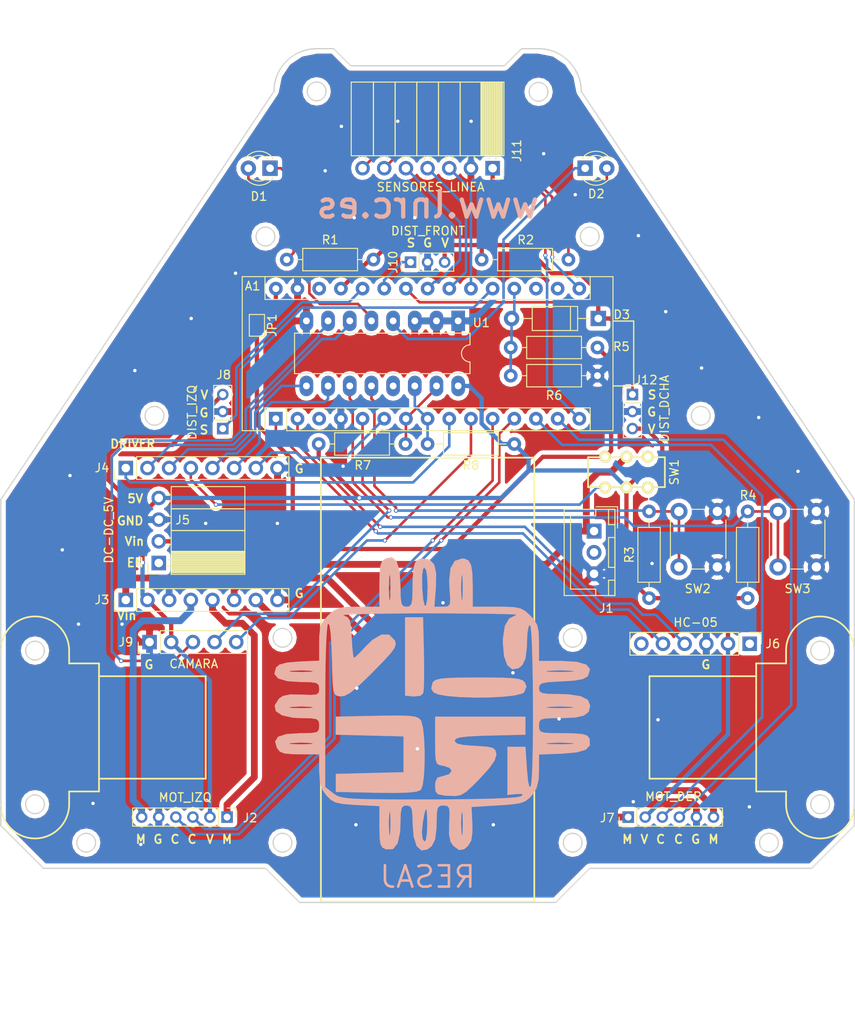
<source format=kicad_pcb>
(kicad_pcb (version 4) (host pcbnew 4.0.6)
  (title_block (title "Main Board robot de carreras educativo") (company "Liga Nacional de Robótica de competición") (comment 1 www.lnrc.es) (comment 2 "Diseño de Rubén Espino San José"))
  (layers (0 F.Cu signal) (31 B.Cu signal) (34 B.Paste user) (35 F.Paste user) (36 B.SilkS user) (37 F.SilkS user) (38 B.Mask user) (39 F.Mask user) (44 Edge.Cuts user))
  (net 0 "")
  (net 1 BT_RX)
  (net 2 "Net-(A1-Pad17)")
  (net 3 BT_TX)
  (net 4 "Net-(A1-Pad18)")
  (net 5 "Net-(A1-Pad3)")
  (net 6 BAT)
  (net 7 GND)
  (net 8 ANALOG_CAM)
  (net 9 LINEA_1)
  (net 10 LINEA_2)
  (net 11 I2C_SDA)
  (net 12 LINEA_3)
  (net 13 I2C_SCL)
  (net 14 DIST_IZQ)
  (net 15 DIST_FRONT)
  (net 16 DIST_DCHA)
  (net 17 LINEA_SEL_1)
  (net 18 +5V)
  (net 19 LINEA_SEL_2)
  (net 20 "Net-(A1-Pad28)")
  (net 21 PWM_IZQ)
  (net 22 PWM_DER)
  (net 23 VCC)
  (net 24 CLK_CAM)
  (net 25 SI_CAM)
  (net 26 LED_R)
  (net 27 LED_G)
  (net 28 "Net-(J1-Pad2)")
  (net 29 +BATT)
  (net 30 M_IZQ_+)
  (net 31 M_IZQ_-)
  (net 32 M_DER_-)
  (net 33 M_DER_+)
  (net 34 DIR_IZQ_2)
  (net 35 DIR_IZQ_1)
  (net 36 STBY_MOT)
  (net 37 DIR_DER_1)
  (net 38 DIR_DER_2)
  (net 39 VDD)
  (net 40 "Net-(J6-Pad1)")
  (net 41 "Net-(J6-Pad6)")
  (net 42 B1)
  (net 43 B2)
  (net 44 "Net-(SW1-Pad4)")
  (net 45 "Net-(SW1-Pad1)")
  (net 46 "Net-(U1-Pad13)")
  (net 47 ENC_IZQ_A)
  (net 48 ENC_IZQ_B)
  (net 49 ENC_DER_A)
  (net 50 ENC_DER_B)
  (net 51 "Net-(J5-Pad1)")
  (net 52 "Net-(D1-Pad2)")
  (net 53 "Net-(D2-Pad2)")
  (module Modules:Arduino_Nano (layer F.Cu) (at 132.22 93.34 90)
    (fp_text reference A1 (at 15.54 -2.72 180) (layer F.SilkS))
    (fp_text value Arduino_Nano_v3.x)
    (pad 1 thru_hole rect (at 0 0 90) (size 1.6 1.6) (drill 0.8) (layers *.Cu *.Mask) (net 1 BT_RX))
    (pad 17 thru_hole oval (at 15.24 33.02 90) (size 1.6 1.6) (drill 0.8) (layers *.Cu *.Mask) (net 2 "Net-(A1-Pad17)"))
    (pad 2 thru_hole oval (at 0 2.54 90) (size 1.6 1.6) (drill 0.8) (layers *.Cu *.Mask) (net 3 BT_TX))
    (pad 18 thru_hole oval (at 15.24 30.48 90) (size 1.6 1.6) (drill 0.8) (layers *.Cu *.Mask) (net 4 "Net-(A1-Pad18)"))
    (pad 3 thru_hole oval (at 0 5.08 90) (size 1.6 1.6) (drill 0.8) (layers *.Cu *.Mask) (net 5 "Net-(A1-Pad3)"))
    (pad 19 thru_hole oval (at 15.24 27.94 90) (size 1.6 1.6) (drill 0.8) (layers *.Cu *.Mask) (net 6 BAT))
    (pad 4 thru_hole oval (at 0 7.62 90) (size 1.6 1.6) (drill 0.8) (layers *.Cu *.Mask) (net 7 GND))
    (pad 20 thru_hole oval (at 15.24 25.4 90) (size 1.6 1.6) (drill 0.8) (layers *.Cu *.Mask) (net 8 ANALOG_CAM))
    (pad 5 thru_hole oval (at 0 10.16 90) (size 1.6 1.6) (drill 0.8) (layers *.Cu *.Mask) (net 24 CLK_CAM))
    (pad 21 thru_hole oval (at 15.24 22.86 90) (size 1.6 1.6) (drill 0.8) (layers *.Cu *.Mask) (net 9 LINEA_1))
    (pad 6 thru_hole oval (at 0 12.7 90) (size 1.6 1.6) (drill 0.8) (layers *.Cu *.Mask) (net 22 PWM_DER))
    (pad 22 thru_hole oval (at 15.24 20.32 90) (size 1.6 1.6) (drill 0.8) (layers *.Cu *.Mask) (net 10 LINEA_2))
    (pad 7 thru_hole oval (at 0 15.24 90) (size 1.6 1.6) (drill 0.8) (layers *.Cu *.Mask) (net 11 I2C_SDA))
    (pad 23 thru_hole oval (at 15.24 17.78 90) (size 1.6 1.6) (drill 0.8) (layers *.Cu *.Mask) (net 12 LINEA_3))
    (pad 8 thru_hole oval (at 0 17.78 90) (size 1.6 1.6) (drill 0.8) (layers *.Cu *.Mask) (net 13 I2C_SCL))
    (pad 24 thru_hole oval (at 15.24 15.24 90) (size 1.6 1.6) (drill 0.8) (layers *.Cu *.Mask) (net 16 DIST_DCHA))
    (pad 9 thru_hole oval (at 0 20.32 90) (size 1.6 1.6) (drill 0.8) (layers *.Cu *.Mask) (net 21 PWM_IZQ))
    (pad 25 thru_hole oval (at 15.24 12.7 90) (size 1.6 1.6) (drill 0.8) (layers *.Cu *.Mask) (net 15 DIST_FRONT))
    (pad 10 thru_hole oval (at 0 22.86 90) (size 1.6 1.6) (drill 0.8) (layers *.Cu *.Mask) (net 25 SI_CAM))
    (pad 26 thru_hole oval (at 15.24 10.16 90) (size 1.6 1.6) (drill 0.8) (layers *.Cu *.Mask) (net 14 DIST_IZQ))
    (pad 11 thru_hole oval (at 0 25.4 90) (size 1.6 1.6) (drill 0.8) (layers *.Cu *.Mask) (net 48 ENC_IZQ_B))
    (pad 27 thru_hole oval (at 15.24 7.62 90) (size 1.6 1.6) (drill 0.8) (layers *.Cu *.Mask) (net 18 +5V))
    (pad 12 thru_hole oval (at 0 27.94 90) (size 1.6 1.6) (drill 0.8) (layers *.Cu *.Mask) (net 47 ENC_IZQ_A))
    (pad 28 thru_hole oval (at 15.24 5.08 90) (size 1.6 1.6) (drill 0.8) (layers *.Cu *.Mask) (net 20 "Net-(A1-Pad28)"))
    (pad 13 thru_hole oval (at 0 30.48 90) (size 1.6 1.6) (drill 0.8) (layers *.Cu *.Mask) (net 49 ENC_DER_A))
    (pad 29 thru_hole oval (at 15.24 2.54 90) (size 1.6 1.6) (drill 0.8) (layers *.Cu *.Mask) (net 7 GND))
    (pad 14 thru_hole oval (at 0 33.02 90) (size 1.6 1.6) (drill 0.8) (layers *.Cu *.Mask) (net 50 ENC_DER_B))
    (pad 30 thru_hole oval (at 15.24 0 90) (size 1.6 1.6) (drill 0.8) (layers *.Cu *.Mask) (net 23 VCC))
    (pad 15 thru_hole oval (at 0 35.56 90) (size 1.6 1.6) (drill 0.8) (layers *.Cu *.Mask) (net 17 LINEA_SEL_1))
    (pad 16 thru_hole oval (at 15.24 35.56 90) (size 1.6 1.6) (drill 0.8) (layers *.Cu *.Mask) (net 19 LINEA_SEL_2))
  )
  (module Socket_Strips:Socket_Strip_Straight_1x08_Pitch2.54mm (layer F.Cu) (at 114.635931 114.57 90)
    (fp_text reference J3 (at 0.019161 -2.785931 180) (layer F.SilkS))
    (fp_text value TB6612FNG_A)
    (pad 1 thru_hole rect (at 0 0 90) (size 1.7 1.7) (drill 1) (layers *.Cu *.Mask) (net 29 +BATT))
    (pad 2 thru_hole oval (at 0 2.54 90) (size 1.7 1.7) (drill 1) (layers *.Cu *.Mask) (net 18 +5V))
    (pad 3 thru_hole oval (at 0 5.08 90) (size 1.7 1.7) (drill 1) (layers *.Cu *.Mask) (net 7 GND))
    (pad 4 thru_hole oval (at 0 7.62 90) (size 1.7 1.7) (drill 1) (layers *.Cu *.Mask) (net 30 M_IZQ_+))
    (pad 5 thru_hole oval (at 0 10.16 90) (size 1.7 1.7) (drill 1) (layers *.Cu *.Mask) (net 31 M_IZQ_-))
    (pad 6 thru_hole oval (at 0 12.7 90) (size 1.7 1.7) (drill 1) (layers *.Cu *.Mask) (net 32 M_DER_-))
    (pad 7 thru_hole oval (at 0 15.24 90) (size 1.7 1.7) (drill 1) (layers *.Cu *.Mask) (net 33 M_DER_+))
    (pad 8 thru_hole oval (at 0 17.78 90) (size 1.7 1.7) (drill 1) (layers *.Cu *.Mask) (net 7 GND))
  )
  (module LEDs:LED_D3.0mm (layer F.Cu) (at 131.54 64 180)
    (fp_text reference D1 (at 1.3 -3.3 180) (layer F.SilkS))
    (fp_text value ROJO)
    (pad 1 thru_hole rect (at 0 0 180) (size 1.8 1.8) (drill 0.9) (layers *.Cu *.Mask) (net 26 LED_R))
    (pad 2 thru_hole circle (at 2.54 0 180) (size 1.8 1.8) (drill 0.9) (layers *.Cu *.Mask) (net 52 "Net-(D1-Pad2)"))
  )
  (module LEDs:LED_D3.0mm (layer F.Cu) (at 168.46 64)
    (fp_text reference D2 (at 1.3 3) (layer F.SilkS))
    (fp_text value VERDE)
    (pad 1 thru_hole rect (at 0 0) (size 1.8 1.8) (drill 0.9) (layers *.Cu *.Mask) (net 27 LED_G))
    (pad 2 thru_hole circle (at 2.54 0) (size 1.8 1.8) (drill 0.9) (layers *.Cu *.Mask) (net 53 "Net-(D2-Pad2)"))
  )
  (module Diodes_THT:D_A-405_P10.16mm_Horizontal (layer F.Cu) (at 170 81.6 180)
    (fp_text reference D3 (at -2.75 0.45 180) (layer F.SilkS))
    (fp_text value 1N4001)
    (pad 1 thru_hole rect (at 0 0 180) (size 1.8 1.8) (drill 0.9) (layers *.Cu *.Mask) (net 18 +5V))
    (pad 2 thru_hole oval (at 10.16 0 180) (size 1.8 1.8) (drill 0.9) (layers *.Cu *.Mask) (net 6 BAT))
  )
  (module Connectors_JST:JST_XH_B03B-XH-A_03x2.50mm_Straight (layer F.Cu) (at 169.5 106.5 270)
    (fp_text reference J1 (at 9.05 -1.45 360) (layer F.SilkS))
    (fp_text value "LIPO 2S")
    (pad 1 thru_hole rect (at 0 0 270) (size 1.75 1.75) (drill 1) (layers *.Cu *.Mask) (net 29 +BATT))
    (pad 2 thru_hole circle (at 2.5 0 270) (size 1.75 1.75) (drill 1) (layers *.Cu *.Mask) (net 28 "Net-(J1-Pad2)"))
    (pad 3 thru_hole circle (at 5 0 270) (size 1.75 1.75) (drill 1) (layers *.Cu *.Mask) (net 7 GND))
  )
  (module Connectors:GS2 (layer F.Cu) (at 130 82.4)
    (fp_text reference JP1 (at 1.78 0 90) (layer F.SilkS))
    (fp_text value Jumper)
    (pad 1 smd rect (at 0 -0.64) (size 1.27 0.97) (layers F.Cu F.Paste F.Mask) (net 23 VCC))
    (pad 2 smd rect (at 0 0.64) (size 1.27 0.97) (layers F.Cu F.Paste F.Mask) (net 39 VDD))
  )
  (module Resistors_THT:R_Axial_DIN0207_L6.3mm_D2.5mm_P10.16mm_Horizontal (layer F.Cu) (at 133.5 74.7)
    (fp_text reference R1 (at 5.08 -2.31) (layer F.SilkS))
    (fp_text value 220)
    (pad 1 thru_hole circle (at 0 0) (size 1.6 1.6) (drill 0.8) (layers *.Cu *.Mask) (net 52 "Net-(D1-Pad2)"))
    (pad 2 thru_hole oval (at 10.16 0) (size 1.6 1.6) (drill 0.8) (layers *.Cu *.Mask) (net 18 +5V))
  )
  (module Resistors_THT:R_Axial_DIN0207_L6.3mm_D2.5mm_P10.16mm_Horizontal (layer F.Cu) (at 166.5 74.7 180)
    (fp_text reference R2 (at 5.01 2.3 180) (layer F.SilkS))
    (fp_text value 220)
    (pad 1 thru_hole circle (at 0 0 180) (size 1.6 1.6) (drill 0.8) (layers *.Cu *.Mask) (net 53 "Net-(D2-Pad2)"))
    (pad 2 thru_hole oval (at 10.16 0 180) (size 1.6 1.6) (drill 0.8) (layers *.Cu *.Mask) (net 18 +5V))
  )
  (module Resistors_THT:R_Axial_DIN0207_L6.3mm_D2.5mm_P10.16mm_Horizontal (layer F.Cu) (at 175.95 114.36 90)
    (fp_text reference R3 (at 5.08 -2.31 90) (layer F.SilkS))
    (fp_text value 10K)
    (pad 1 thru_hole circle (at 0 0 90) (size 1.6 1.6) (drill 0.8) (layers *.Cu *.Mask) (net 18 +5V))
    (pad 2 thru_hole oval (at 10.16 0 90) (size 1.6 1.6) (drill 0.8) (layers *.Cu *.Mask) (net 42 B1))
  )
  (module Resistors_THT:R_Axial_DIN0207_L6.3mm_D2.5mm_P10.16mm_Horizontal (layer F.Cu) (at 187.5 114.36 90)
    (fp_text reference R4 (at 12.06 0.05 180) (layer F.SilkS))
    (fp_text value 10K)
    (pad 1 thru_hole circle (at 0 0 90) (size 1.6 1.6) (drill 0.8) (layers *.Cu *.Mask) (net 18 +5V))
    (pad 2 thru_hole oval (at 10.16 0 90) (size 1.6 1.6) (drill 0.8) (layers *.Cu *.Mask) (net 43 B2))
  )
  (module Resistors_THT:R_Axial_DIN0207_L6.3mm_D2.5mm_P10.16mm_Horizontal (layer F.Cu) (at 159.74 85)
    (fp_text reference R5 (at 12.96 -0.1) (layer F.SilkS))
    (fp_text value 82k)
    (pad 1 thru_hole circle (at 0 0) (size 1.6 1.6) (drill 0.8) (layers *.Cu *.Mask) (net 6 BAT))
    (pad 2 thru_hole oval (at 10.16 0) (size 1.6 1.6) (drill 0.8) (layers *.Cu *.Mask) (net 39 VDD))
  )
  (module Resistors_THT:R_Axial_DIN0207_L6.3mm_D2.5mm_P10.16mm_Horizontal (layer F.Cu) (at 169.9 88.3 180)
    (fp_text reference R6 (at 5.08 -2.31 180) (layer F.SilkS))
    (fp_text value 120k)
    (pad 1 thru_hole circle (at 0 0 180) (size 1.6 1.6) (drill 0.8) (layers *.Cu *.Mask) (net 7 GND))
    (pad 2 thru_hole oval (at 10.16 0 180) (size 1.6 1.6) (drill 0.8) (layers *.Cu *.Mask) (net 6 BAT))
  )
  (module Main_board:switch_DPDT (layer F.Cu) (at 173.3 99.6 180)
    (fp_text reference SW1 (at -5.6 0 270) (layer F.SilkS))
    (fp_text value SW_DPDT)
    (pad 4 thru_hole circle (at -2.5 -1.8 180) (size 1.4 1.4) (drill 0.8) (layers *.Cu *.Mask F.SilkS) (net 44 "Net-(SW1-Pad4)"))
    (pad 1 thru_hole circle (at -2.5 1.8 180) (size 1.4 1.4) (drill 0.8) (layers *.Cu *.Mask F.SilkS) (net 45 "Net-(SW1-Pad1)"))
    (pad 5 thru_hole circle (at 0 -1.8 180) (size 1.4 1.4) (drill 0.8) (layers *.Cu *.Mask F.SilkS) (net 18 +5V))
    (pad 6 thru_hole circle (at 2.5 -1.8 180) (size 1.4 1.4) (drill 0.8) (layers *.Cu *.Mask F.SilkS) (net 36 STBY_MOT))
    (pad 3 thru_hole circle (at 2.5 1.8 180) (size 1.4 1.4) (drill 0.8) (layers *.Cu *.Mask F.SilkS) (net 39 VDD))
    (pad 2 thru_hole circle (at 0 1.8 180) (size 1.4 1.4) (drill 0.8) (layers *.Cu *.Mask F.SilkS) (net 29 +BATT))
  )
  (module Housings_DIP:DIP-16_W7.62mm_LongPads (layer F.Cu) (at 153.58 81.88 270)
    (fp_text reference U1 (at 0.22 -2.72 360) (layer F.SilkS))
    (fp_text value PCF8574)
    (pad 1 thru_hole rect (at 0 0 270) (size 2.4 1.6) (drill 0.8) (layers *.Cu *.Mask) (net 7 GND))
    (pad 9 thru_hole oval (at 7.62 17.78 270) (size 2.4 1.6) (drill 0.8) (layers *.Cu *.Mask) (net 37 DIR_DER_1))
    (pad 2 thru_hole oval (at 0 2.54 270) (size 2.4 1.6) (drill 0.8) (layers *.Cu *.Mask) (net 7 GND))
    (pad 10 thru_hole oval (at 7.62 15.24 270) (size 2.4 1.6) (drill 0.8) (layers *.Cu *.Mask) (net 38 DIR_DER_2))
    (pad 3 thru_hole oval (at 0 5.08 270) (size 2.4 1.6) (drill 0.8) (layers *.Cu *.Mask) (net 7 GND))
    (pad 11 thru_hole oval (at 7.62 12.7 270) (size 2.4 1.6) (drill 0.8) (layers *.Cu *.Mask) (net 43 B2))
    (pad 4 thru_hole oval (at 0 7.62 270) (size 2.4 1.6) (drill 0.8) (layers *.Cu *.Mask) (net 27 LED_G))
    (pad 12 thru_hole oval (at 7.62 10.16 270) (size 2.4 1.6) (drill 0.8) (layers *.Cu *.Mask) (net 42 B1))
    (pad 5 thru_hole oval (at 0 10.16 270) (size 2.4 1.6) (drill 0.8) (layers *.Cu *.Mask) (net 26 LED_R))
    (pad 13 thru_hole oval (at 7.62 7.62 270) (size 2.4 1.6) (drill 0.8) (layers *.Cu *.Mask) (net 46 "Net-(U1-Pad13)"))
    (pad 6 thru_hole oval (at 0 12.7 270) (size 2.4 1.6) (drill 0.8) (layers *.Cu *.Mask) (net 35 DIR_IZQ_1))
    (pad 14 thru_hole oval (at 7.62 5.08 270) (size 2.4 1.6) (drill 0.8) (layers *.Cu *.Mask) (net 13 I2C_SCL))
    (pad 7 thru_hole oval (at 0 15.24 270) (size 2.4 1.6) (drill 0.8) (layers *.Cu *.Mask) (net 34 DIR_IZQ_2))
    (pad 15 thru_hole oval (at 7.62 2.54 270) (size 2.4 1.6) (drill 0.8) (layers *.Cu *.Mask) (net 11 I2C_SDA))
    (pad 8 thru_hole oval (at 0 17.78 270) (size 2.4 1.6) (drill 0.8) (layers *.Cu *.Mask) (net 7 GND))
    (pad 16 thru_hole oval (at 7.62 0 270) (size 2.4 1.6) (drill 0.8) (layers *.Cu *.Mask) (net 18 +5V))
  )
  (module "KiCad libraries:logo_lnrc" (layer B.Cu) (at 150 127 180)
    (fp_text reference G*** hide)
    (fp_text value LOGO hide)
  )
  (module Buttons_Switches_THT:SW_PUSH_6mm (layer F.Cu) (at 179.45 110.7 90)
    (fp_text reference SW2 (at -2.55 2.2 180) (layer F.SilkS))
    (fp_text value SW_Push)
    (pad 2 thru_hole circle (at 0 4.5 180) (size 2 2) (drill 1.1) (layers *.Cu *.Mask) (net 7 GND))
    (pad 1 thru_hole circle (at 0 0 180) (size 2 2) (drill 1.1) (layers *.Cu *.Mask) (net 42 B1))
    (pad 2 thru_hole circle (at 6.5 4.5 180) (size 2 2) (drill 1.1) (layers *.Cu *.Mask) (net 7 GND))
    (pad 1 thru_hole circle (at 6.5 0 180) (size 2 2) (drill 1.1) (layers *.Cu *.Mask) (net 42 B1))
  )
  (module Buttons_Switches_THT:SW_PUSH_6mm (layer F.Cu) (at 191.05 110.7 90)
    (fp_text reference SW3 (at -2.55 2.3 180) (layer F.SilkS))
    (fp_text value SW_Push)
    (pad 2 thru_hole circle (at 0 4.5 180) (size 2 2) (drill 1.1) (layers *.Cu *.Mask) (net 7 GND))
    (pad 1 thru_hole circle (at 0 0 180) (size 2 2) (drill 1.1) (layers *.Cu *.Mask) (net 43 B2))
    (pad 2 thru_hole circle (at 6.5 4.5 180) (size 2 2) (drill 1.1) (layers *.Cu *.Mask) (net 7 GND))
    (pad 1 thru_hole circle (at 6.5 0 180) (size 2 2) (drill 1.1) (layers *.Cu *.Mask) (net 43 B2))
  )
  (module Socket_Strips:Socket_Strip_Straight_1x08_Pitch2.54mm (layer F.Cu) (at 114.635931 99.119161 90)
    (fp_text reference J4 (at 0.019161 -2.785931 180) (layer F.SilkS))
    (fp_text value TB6612FNG_B)
    (pad 1 thru_hole rect (at 0 0 90) (size 1.7 1.7) (drill 1) (layers *.Cu *.Mask) (net 21 PWM_IZQ))
    (pad 2 thru_hole oval (at 0 2.54 90) (size 1.7 1.7) (drill 1) (layers *.Cu *.Mask) (net 34 DIR_IZQ_2))
    (pad 3 thru_hole oval (at 0 5.08 90) (size 1.7 1.7) (drill 1) (layers *.Cu *.Mask) (net 35 DIR_IZQ_1))
    (pad 4 thru_hole oval (at 0 7.62 90) (size 1.7 1.7) (drill 1) (layers *.Cu *.Mask) (net 36 STBY_MOT))
    (pad 5 thru_hole oval (at 0 10.16 90) (size 1.7 1.7) (drill 1) (layers *.Cu *.Mask) (net 37 DIR_DER_1))
    (pad 6 thru_hole oval (at 0 12.7 90) (size 1.7 1.7) (drill 1) (layers *.Cu *.Mask) (net 38 DIR_DER_2))
    (pad 7 thru_hole oval (at 0 15.24 90) (size 1.7 1.7) (drill 1) (layers *.Cu *.Mask) (net 22 PWM_DER))
    (pad 8 thru_hole oval (at 0 17.78 90) (size 1.7 1.7) (drill 1) (layers *.Cu *.Mask) (net 7 GND))
  )
  (module Socket_Strips:Socket_Strip_Angled_1x04_Pitch2.54mm (layer F.Cu) (at 118.5 110.24 180)
    (fp_text reference J5 (at -2.8 5.04 180) (layer F.SilkS))
    (fp_text value DC-DC_5V (at 5.85 3.84 270) (layer F.SilkS))
    (pad 1 thru_hole rect (at 0 0 180) (size 1.7 1.7) (drill 1) (layers *.Cu *.Mask) (net 51 "Net-(J5-Pad1)"))
    (pad 2 thru_hole oval (at 0 2.54 180) (size 1.7 1.7) (drill 1) (layers *.Cu *.Mask) (net 39 VDD))
    (pad 3 thru_hole oval (at 0 5.08 180) (size 1.7 1.7) (drill 1) (layers *.Cu *.Mask) (net 7 GND))
    (pad 4 thru_hole oval (at 0 7.62 180) (size 1.7 1.7) (drill 1) (layers *.Cu *.Mask) (net 18 +5V))
  )
  (module Socket_Strips:Socket_Strip_Straight_1x06_Pitch2.54mm (layer F.Cu) (at 187.74 119.7 270)
    (fp_text reference J6 (at 0 -2.71 360) (layer F.SilkS))
    (fp_text value HC-05 (at -2.5 6.34 360) (layer F.SilkS))
    (pad 1 thru_hole rect (at 0 0 270) (size 1.7 1.7) (drill 1) (layers *.Cu *.Mask) (net 40 "Net-(J6-Pad1)"))
    (pad 2 thru_hole oval (at 0 2.54 270) (size 1.7 1.7) (drill 1) (layers *.Cu *.Mask) (net 18 +5V))
    (pad 3 thru_hole oval (at 0 5.08 270) (size 1.7 1.7) (drill 1) (layers *.Cu *.Mask) (net 7 GND))
    (pad 4 thru_hole oval (at 0 7.62 270) (size 1.7 1.7) (drill 1) (layers *.Cu *.Mask) (net 3 BT_TX))
    (pad 5 thru_hole oval (at 0 10.16 270) (size 1.7 1.7) (drill 1) (layers *.Cu *.Mask) (net 1 BT_RX))
    (pad 6 thru_hole oval (at 0 12.7 270) (size 1.7 1.7) (drill 1) (layers *.Cu *.Mask) (net 41 "Net-(J6-Pad6)"))
  )
  (module Socket_Strips:Socket_Strip_Straight_1x05_Pitch2.54mm (layer F.Cu) (at 117.42 119.5 90)
    (fp_text reference J9 (at 0 -2.77 180) (layer F.SilkS))
    (fp_text value CAMARA (at -2.55 5.18 180) (layer F.SilkS))
    (pad 1 thru_hole rect (at 0 0 90) (size 1.7 1.7) (drill 1) (layers *.Cu *.Mask) (net 7 GND))
    (pad 2 thru_hole oval (at 0 2.54 90) (size 1.7 1.7) (drill 1) (layers *.Cu *.Mask) (net 18 +5V))
    (pad 3 thru_hole oval (at 0 5.08 90) (size 1.7 1.7) (drill 1) (layers *.Cu *.Mask) (net 8 ANALOG_CAM))
    (pad 4 thru_hole oval (at 0 7.62 90) (size 1.7 1.7) (drill 1) (layers *.Cu *.Mask) (net 24 CLK_CAM))
    (pad 5 thru_hole oval (at 0 10.16 90) (size 1.7 1.7) (drill 1) (layers *.Cu *.Mask) (net 25 SI_CAM))
  )
  (module Socket_Strips:Socket_Strip_Straight_1x06_Pitch2.00mm (layer F.Cu) (at 126.5 140 270)
    (fp_text reference J2 (at 0.1 -2.7 360) (layer F.SilkS))
    (fp_text value MOT_IZQ (at -2.3 4.9 360) (layer F.SilkS))
    (pad 1 thru_hole rect (at 0 0 270) (size 1.35 1.35) (drill 0.8) (layers *.Cu *.Mask) (net 31 M_IZQ_-))
    (pad 2 thru_hole oval (at 0 2 270) (size 1.35 1.35) (drill 0.8) (layers *.Cu *.Mask) (net 18 +5V))
    (pad 3 thru_hole oval (at 0 4 270) (size 1.35 1.35) (drill 0.8) (layers *.Cu *.Mask) (net 48 ENC_IZQ_B))
    (pad 4 thru_hole oval (at 0 6 270) (size 1.35 1.35) (drill 0.8) (layers *.Cu *.Mask) (net 47 ENC_IZQ_A))
    (pad 5 thru_hole oval (at 0 8 270) (size 1.35 1.35) (drill 0.8) (layers *.Cu *.Mask) (net 7 GND))
    (pad 6 thru_hole oval (at 0 10 270) (size 1.35 1.35) (drill 0.8) (layers *.Cu *.Mask) (net 30 M_IZQ_+))
  )
  (module Socket_Strips:Socket_Strip_Straight_1x06_Pitch2.00mm (layer F.Cu) (at 173.5 140 90)
    (fp_text reference J7 (at -0.1 -2.45 180) (layer F.SilkS))
    (fp_text value MOT_DER (at 2.4 5.3 180) (layer F.SilkS))
    (pad 1 thru_hole rect (at 0 0 90) (size 1.35 1.35) (drill 0.8) (layers *.Cu *.Mask) (net 33 M_DER_+))
    (pad 2 thru_hole oval (at 0 2 90) (size 1.35 1.35) (drill 0.8) (layers *.Cu *.Mask) (net 18 +5V))
    (pad 3 thru_hole oval (at 0 4 90) (size 1.35 1.35) (drill 0.8) (layers *.Cu *.Mask) (net 49 ENC_DER_A))
    (pad 4 thru_hole oval (at 0 6 90) (size 1.35 1.35) (drill 0.8) (layers *.Cu *.Mask) (net 50 ENC_DER_B))
    (pad 5 thru_hole oval (at 0 8 90) (size 1.35 1.35) (drill 0.8) (layers *.Cu *.Mask) (net 7 GND))
    (pad 6 thru_hole oval (at 0 10 90) (size 1.35 1.35) (drill 0.8) (layers *.Cu *.Mask) (net 32 M_DER_-))
  )
  (module Socket_Strips:Socket_Strip_Straight_1x03_Pitch2.00mm (layer F.Cu) (at 126 94.5 180)
    (fp_text reference J8 (at -0.1 6.3 180) (layer F.SilkS))
    (fp_text value DIST_IZQ (at 3.6 1.9 270) (layer F.SilkS))
    (pad 1 thru_hole rect (at 0 0 180) (size 1.35 1.35) (drill 0.8) (layers *.Cu *.Mask) (net 14 DIST_IZQ))
    (pad 2 thru_hole oval (at 0 2 180) (size 1.35 1.35) (drill 0.8) (layers *.Cu *.Mask) (net 7 GND))
    (pad 3 thru_hole oval (at 0 4 180) (size 1.35 1.35) (drill 0.8) (layers *.Cu *.Mask) (net 18 +5V))
  )
  (module Socket_Strips:Socket_Strip_Straight_1x03_Pitch2.00mm (layer F.Cu) (at 148 75 90)
    (fp_text reference J10 (at 0 -2.05 90) (layer F.SilkS))
    (fp_text value DIST_FRONT (at 3.65 2.05 180) (layer F.SilkS))
    (pad 1 thru_hole rect (at 0 0 90) (size 1.35 1.35) (drill 0.8) (layers *.Cu *.Mask) (net 15 DIST_FRONT))
    (pad 2 thru_hole oval (at 0 2 90) (size 1.35 1.35) (drill 0.8) (layers *.Cu *.Mask) (net 7 GND))
    (pad 3 thru_hole oval (at 0 4 90) (size 1.35 1.35) (drill 0.8) (layers *.Cu *.Mask) (net 18 +5V))
  )
  (module Socket_Strips:Socket_Strip_Straight_1x03_Pitch2.00mm (layer F.Cu) (at 174 90.5)
    (fp_text reference J12 (at 1.6 -1.7) (layer F.SilkS))
    (fp_text value DIST_DCHA (at 3.75 1.65 90) (layer F.SilkS))
    (pad 1 thru_hole rect (at 0 0) (size 1.35 1.35) (drill 0.8) (layers *.Cu *.Mask) (net 16 DIST_DCHA))
    (pad 2 thru_hole oval (at 0 2) (size 1.35 1.35) (drill 0.8) (layers *.Cu *.Mask) (net 7 GND))
    (pad 3 thru_hole oval (at 0 4) (size 1.35 1.35) (drill 0.8) (layers *.Cu *.Mask) (net 18 +5V))
  )
  (module Socket_Strips:Socket_Strip_Angled_1x07_Pitch2.54mm (layer F.Cu) (at 157.62 64 270)
    (fp_text reference J11 (at -2.05 -2.83 450) (layer F.SilkS))
    (fp_text value SENSORES_LINEA (at 2.2 7.27 360) (layer F.SilkS))
    (pad 1 thru_hole rect (at 0 0 270) (size 1.7 1.7) (drill 1) (layers *.Cu *.Mask) (net 18 +5V))
    (pad 2 thru_hole oval (at 0 2.54 270) (size 1.7 1.7) (drill 1) (layers *.Cu *.Mask) (net 7 GND))
    (pad 3 thru_hole oval (at 0 5.08 270) (size 1.7 1.7) (drill 1) (layers *.Cu *.Mask) (net 9 LINEA_1))
    (pad 4 thru_hole oval (at 0 7.62 270) (size 1.7 1.7) (drill 1) (layers *.Cu *.Mask) (net 10 LINEA_2))
    (pad 5 thru_hole oval (at 0 10.16 270) (size 1.7 1.7) (drill 1) (layers *.Cu *.Mask) (net 12 LINEA_3))
    (pad 6 thru_hole oval (at 0 12.7 270) (size 1.7 1.7) (drill 1) (layers *.Cu *.Mask) (net 17 LINEA_SEL_1))
    (pad 7 thru_hole oval (at 0 15.24 270) (size 1.7 1.7) (drill 1) (layers *.Cu *.Mask) (net 19 LINEA_SEL_2))
  )
  (module Resistors_THT:R_Axial_DIN0207_L6.3mm_D2.5mm_P10.16mm_Horizontal (layer F.Cu) (at 147.4 96.3 180)
    (fp_text reference R7 (at 5 -2.5 180) (layer F.SilkS))
    (fp_text value 10K)
    (pad 1 thru_hole circle (at 0 0 180) (size 1.6 1.6) (drill 0.8) (layers *.Cu *.Mask) (net 11 I2C_SDA))
    (pad 2 thru_hole oval (at 10.16 0 180) (size 1.6 1.6) (drill 0.8) (layers *.Cu *.Mask) (net 18 +5V))
  )
  (module Resistors_THT:R_Axial_DIN0207_L6.3mm_D2.5mm_P10.16mm_Horizontal (layer F.Cu) (at 160.16 96.3 180)
    (fp_text reference R8 (at 5.08 -2.5 180) (layer F.SilkS))
    (fp_text value 10K)
    (pad 1 thru_hole circle (at 0 0 180) (size 1.6 1.6) (drill 0.8) (layers *.Cu *.Mask) (net 18 +5V))
    (pad 2 thru_hole oval (at 10.16 0 180) (size 1.6 1.6) (drill 0.8) (layers *.Cu *.Mask) (net 13 I2C_SCL))
  )
  (gr_line (start 161 50) (end 163 50) (layer Edge.Cuts) (width 0.15))
  (gr_line (start 137 50) (end 139 50) (layer Edge.Cuts) (width 0.15))
  (gr_line (start 159 52) (end 161 50) (layer Edge.Cuts) (width 0.15))
  (gr_line (start 141 52) (end 159 52) (layer Edge.Cuts) (width 0.15))
  (gr_line (start 139 50) (end 141 52) (layer Edge.Cuts) (width 0.15))
  (gr_text www.lnrc.es (at 150 68.3) (layer B.SilkS) (effects (font (size 3 3) (thickness 0.5)) (justify mirror)))
  (gr_line (start 200 102.8) (end 168 55) (layer Edge.Cuts) (width 0.15))
  (gr_arc (start 163 55) (end 163 50) (angle 90) (layer Edge.Cuts) (width 0.15))
  (gr_line (start 132 55) (end 100 102.8) (layer Edge.Cuts) (width 0.15))
  (gr_arc (start 137 55) (end 132 55) (angle 90) (layer Edge.Cuts) (width 0.15))
  (gr_circle (center 182 93) (end 183.1 93) (layer Edge.Cuts) (width 0.15))
  (gr_circle (center 118 93) (end 119.1 93) (layer Edge.Cuts) (width 0.15))
  (gr_circle (center 169 72) (end 170.1 72) (layer Edge.Cuts) (width 0.15))
  (gr_circle (center 131 72) (end 132.1 72) (layer Edge.Cuts) (width 0.15))
  (gr_line (start 174.15 89.5) (end 171.75 89.5) (layer F.SilkS) (width 0.15))
  (gr_line (start 174.15 81.9) (end 174.15 89.5) (layer F.SilkS) (width 0.15))
  (gr_line (start 171.75 81.9) (end 174.15 81.9) (layer F.SilkS) (width 0.15))
  (gr_text DRIVER (at 115.45 96.3) (layer F.SilkS) (effects (font (size 1 1) (thickness 0.2))))
  (gr_text S (at 148.05 72.75) (layer F.SilkS) (effects (font (size 1 1) (thickness 0.2))))
  (gr_text G (at 150 72.75) (layer F.SilkS) (effects (font (size 1 1) (thickness 0.2))))
  (gr_text V (at 152.05 72.75) (layer F.SilkS) (effects (font (size 1 1) (thickness 0.2))))
  (gr_text V (at 176.25 94.55) (layer F.SilkS) (effects (font (size 1 1) (thickness 0.2))))
  (gr_text G (at 176.25 92.55) (layer F.SilkS) (effects (font (size 1 1) (thickness 0.2))))
  (gr_text S (at 176.3 90.55) (layer F.SilkS) (effects (font (size 1 1) (thickness 0.2))))
  (gr_text S (at 123.8 94.65) (layer F.SilkS) (effects (font (size 1 1) (thickness 0.2))))
  (gr_text V (at 123.85 90.55) (layer F.SilkS) (effects (font (size 1 1) (thickness 0.2))))
  (gr_text G (at 123.8 92.65) (layer F.SilkS) (effects (font (size 1 1) (thickness 0.2))))
  (gr_text G (at 182.6 122.15) (layer F.SilkS) (effects (font (size 1 1) (thickness 0.2))))
  (gr_text G (at 117.35 122.15) (layer F.SilkS) (effects (font (size 1 1) (thickness 0.2))))
  (gr_text Vin (at 114.75 116.4) (layer F.SilkS) (effects (font (size 1 1) (thickness 0.2))))
  (gr_text G (at 134.95 113.8) (layer F.SilkS) (effects (font (size 1 1) (thickness 0.2))))
  (gr_text G (at 134.95 99.2) (layer F.SilkS) (effects (font (size 1 1) (thickness 0.2))))
  (gr_text EN (at 115.75 110.2) (layer F.SilkS) (effects (font (size 1 1) (thickness 0.2))))
  (gr_text Vin (at 115.65 107.7) (layer F.SilkS) (effects (font (size 1 1) (thickness 0.2))))
  (gr_text 5V (at 115.75 102.7) (layer F.SilkS) (effects (font (size 1 1) (thickness 0.2))))
  (gr_text GND (at 115.15 105.3) (layer F.SilkS) (effects (font (size 1 1) (thickness 0.2))))
  (gr_text G (at 181.4 142.6) (layer F.SilkS) (effects (font (size 1 1) (thickness 0.2))))
  (gr_text C (at 179.4 142.6) (layer F.SilkS) (effects (font (size 1 1) (thickness 0.2))))
  (gr_text C (at 177.3 142.6) (layer F.SilkS) (effects (font (size 1 1) (thickness 0.2))))
  (gr_text V (at 175.4 142.6) (layer F.SilkS) (effects (font (size 1 1) (thickness 0.2))))
  (gr_text M (at 183.5 142.6) (layer F.SilkS) (effects (font (size 1 1) (thickness 0.2))))
  (gr_text M (at 173.4 142.6) (layer F.SilkS) (effects (font (size 1 1) (thickness 0.2))))
  (gr_text C (at 120.4 142.6) (layer F.SilkS) (effects (font (size 1 1) (thickness 0.2))))
  (gr_text G (at 118.4 142.6) (layer F.SilkS) (effects (font (size 1 1) (thickness 0.2))))
  (gr_text C (at 122.4 142.6) (layer F.SilkS) (effects (font (size 1 1) (thickness 0.2))))
  (gr_text V (at 124.5 142.6) (layer F.SilkS) (effects (font (size 1 1) (thickness 0.2))))
  (gr_text M (at 126.5 142.6) (layer F.SilkS) (effects (font (size 1 1) (thickness 0.2))))
  (gr_text M (at 116.4 142.6) (layer F.SilkS) (effects (font (size 1 1) (thickness 0.2))))
  (gr_text RESAJ (at 150 147) (layer B.SilkS) (effects (font (size 2.5 2.5) (thickness 0.3)) (justify mirror)))
  (gr_circle (center 163 55.05) (end 164.1 55.05) (layer Edge.Cuts) (width 0.15))
  (gr_circle (center 137 55) (end 138.1 55) (layer Edge.Cuts) (width 0.15))
  (gr_circle (center 133 119) (end 134.1 119) (layer Edge.Cuts) (width 0.15))
  (gr_circle (center 167 119) (end 168.1 119) (layer Edge.Cuts) (width 0.15))
  (gr_circle (center 167 143) (end 168.1 143) (layer Edge.Cuts) (width 0.15))
  (gr_circle (center 133 143) (end 134.1 143) (layer Edge.Cuts) (width 0.15))
  (gr_circle (center 190 143) (end 191.1 143) (layer Edge.Cuts) (width 0.15))
  (gr_circle (center 110 143) (end 111.1 143) (layer Edge.Cuts) (width 0.15))
  (gr_line (start 195 146) (end 200 141) (layer Edge.Cuts) (width 0.15))
  (gr_line (start 169 146) (end 195 146) (layer Edge.Cuts) (width 0.15))
  (gr_line (start 165 150) (end 169 146) (layer Edge.Cuts) (width 0.15))
  (gr_line (start 135 150) (end 165 150) (layer Edge.Cuts) (width 0.15))
  (gr_line (start 105 146) (end 100 141) (layer Edge.Cuts) (width 0.15))
  (gr_line (start 131 146) (end 105 146) (layer Edge.Cuts) (width 0.15))
  (gr_line (start 135 150) (end 131 146) (layer Edge.Cuts) (width 0.15))
  (gr_line (start 137.5 97.9) (end 137.5 149.9) (layer F.SilkS) (width 0.2))
  (gr_line (start 162.5 97.9) (end 137.5 97.9) (layer F.SilkS) (width 0.2))
  (gr_line (start 162.5 149.9) (end 162.5 97.9) (layer F.SilkS) (width 0.2))
  (gr_line (start 137.5 149.9) (end 162.5 149.9) (layer F.SilkS) (width 0.2))
  (gr_line (start 176 135.5) (end 188.5 135.5) (layer F.SilkS) (width 0.2))
  (gr_line (start 176 123.5) (end 176 135.5) (layer F.SilkS) (width 0.2))
  (gr_line (start 188.5 123.5) (end 176 123.5) (layer F.SilkS) (width 0.2))
  (gr_line (start 124 135.5) (end 111.5 135.5) (layer F.SilkS) (width 0.2))
  (gr_line (start 124 123.5) (end 124 135.5) (layer F.SilkS) (width 0.2))
  (gr_line (start 111.5 123.5) (end 124 123.5) (layer F.SilkS) (width 0.2))
  (gr_line (start 192 122) (end 192 120.5) (layer F.SilkS) (width 0.2))
  (gr_line (start 188.5 122) (end 192 122) (layer F.SilkS) (width 0.2))
  (gr_line (start 188.5 137) (end 188.5 122) (layer F.SilkS) (width 0.2))
  (gr_line (start 192 137) (end 188.5 137) (layer F.SilkS) (width 0.2))
  (gr_line (start 192 138.5) (end 192 137) (layer F.SilkS) (width 0.2))
  (gr_arc (start 196 138.5) (end 200 138.5) (angle 180) (layer F.SilkS) (width 0.2))
  (gr_arc (start 196 120.5) (end 192 120.5) (angle 180) (layer F.SilkS) (width 0.2))
  (gr_line (start 108 122) (end 108 120.5) (layer F.SilkS) (width 0.2))
  (gr_line (start 111.5 122) (end 108 122) (layer F.SilkS) (width 0.2))
  (gr_line (start 111.5 137) (end 111.5 122) (layer F.SilkS) (width 0.2))
  (gr_line (start 108 137) (end 111.5 137) (layer F.SilkS) (width 0.2))
  (gr_line (start 108 138.5) (end 108 137) (layer F.SilkS) (width 0.2))
  (gr_arc (start 104 138.5) (end 108 138.5) (angle 180) (layer F.SilkS) (width 0.2))
  (gr_arc (start 104 120.5) (end 100 120.5) (angle 180) (layer F.SilkS) (width 0.2))
  (gr_circle (center 196 120.5) (end 197.1 120.5) (layer Edge.Cuts) (width 0.15))
  (gr_circle (center 196 138.5) (end 197.1 138.5) (layer Edge.Cuts) (width 0.15))
  (gr_circle (center 104 138.5) (end 105.1 138.5) (layer Edge.Cuts) (width 0.15))
  (gr_circle (center 104 120.5) (end 105.1 120.5) (layer Edge.Cuts) (width 0.15))
  (gr_line (start 100 102.8) (end 100 141) (layer Edge.Cuts) (width 0.15))
  (gr_line (start 200 141) (end 200 102.8) (layer Edge.Cuts) (width 0.15))
  (segment (start 132.22 93.34) (end 132.22 94.82241) (width 0.3048) (layer F.Cu) (net 1))
  (segment (start 132.22 94.82241) (end 143.674765 106.277175) (width 0.3048) (layer F.Cu) (net 1))
  (segment (start 143.674765 106.277175) (end 143.924764 106.527174) (width 0.3048) (layer F.Cu) (net 1))
  (segment (start 161.177173 106.777173) (end 170.1 115.7) (width 0.3048) (layer B.Cu) (net 1))
  (segment (start 170.1 115.7) (end 173.58 115.7) (width 0.3048) (layer B.Cu) (net 1))
  (segment (start 143.924764 106.527174) (end 144.174763 106.777173) (width 0.3048) (layer B.Cu) (net 1))
  (segment (start 144.174763 106.777173) (end 161.177173 106.777173) (width 0.3048) (layer B.Cu) (net 1))
  (segment (start 177.58 119.7) (end 173.58 115.7) (width 0.3048) (layer B.Cu) (net 1))
  (via (at 143.924764 106.527174) (size 0.5) (drill 0.3048) (layers F.Cu B.Cu) (net 1))
  (segment (start 161.403294 106.003294) (end 170.4 115) (width 0.3048) (layer B.Cu) (net 3))
  (segment (start 170.4 115) (end 173.9 115) (width 0.3048) (layer B.Cu) (net 3))
  (segment (start 144.448643 106.003294) (end 161.403294 106.003294) (width 0.3048) (layer B.Cu) (net 3))
  (segment (start 144.198644 105.753295) (end 144.448643 106.003294) (width 0.3048) (layer F.Cu) (net 3))
  (segment (start 134.76 96.314651) (end 144.198644 105.753295) (width 0.3048) (layer F.Cu) (net 3))
  (segment (start 134.76 93.34) (end 134.76 96.314651) (width 0.3048) (layer F.Cu) (net 3))
  (segment (start 176.72 116.3) (end 175.2 116.3) (width 0.3048) (layer B.Cu) (net 3))
  (segment (start 180.12 119.7) (end 176.72 116.3) (width 0.3048) (layer B.Cu) (net 3))
  (segment (start 175.2 116.3) (end 173.9 115) (width 0.3048) (layer B.Cu) (net 3))
  (via (at 144.448643 106.003294) (size 0.5) (drill 0.3048) (layers F.Cu B.Cu) (net 3))
  (segment (start 160.16 78.1) (end 160.16 81.28) (width 0.3048) (layer B.Cu) (net 6))
  (segment (start 160.16 81.28) (end 159.84 81.6) (width 0.3048) (layer B.Cu) (net 6))
  (segment (start 159.74 85) (end 159.74 86.13137) (width 0.3048) (layer B.Cu) (net 6))
  (segment (start 159.74 86.13137) (end 159.74 88.3) (width 0.3048) (layer B.Cu) (net 6))
  (segment (start 159.84 81.6) (end 159.84 84.9) (width 0.3048) (layer B.Cu) (net 6))
  (segment (start 159.84 84.9) (end 159.74 85) (width 0.3048) (layer B.Cu) (net 6))
  (segment (start 139.84 93.34) (end 139.84 98.64) (width 0.8) (layer F.Cu) (net 7))
  (segment (start 139.84 98.64) (end 140.1 98.9) (width 0.8) (layer F.Cu) (net 7))
  (via (at 140.1 98.9) (size 0.6) (drill 0.4) (layers F.Cu B.Cu) (net 7))
  (segment (start 169.5 111.5) (end 175.1 111.5) (width 0.8) (layer B.Cu) (net 7))
  (segment (start 175.1 111.5) (end 176.3 110.3) (width 0.8) (layer B.Cu) (net 7))
  (via (at 176.3 110.3) (size 0.6) (drill 0.4) (layers F.Cu B.Cu) (net 7))
  (segment (start 132.4 105.6) (end 124 105.6) (width 0.8) (layer B.Cu) (net 7))
  (via (at 124 105.6) (size 0.6) (drill 0.4) (layers F.Cu B.Cu) (net 7))
  (segment (start 132.415931 99.119161) (end 132.415931 105.584069) (width 0.8) (layer F.Cu) (net 7))
  (segment (start 132.415931 105.584069) (end 132.4 105.6) (width 0.8) (layer F.Cu) (net 7))
  (via (at 132.4 105.6) (size 0.6) (drill 0.4) (layers F.Cu B.Cu) (net 7))
  (segment (start 177 128.6) (end 177 135.3) (width 0.8) (layer B.Cu) (net 7))
  (segment (start 177 135.3) (end 174.1 138.2) (width 0.8) (layer B.Cu) (net 7))
  (via (at 174.1 138.2) (size 0.6) (drill 0.4) (layers F.Cu B.Cu) (net 7))
  (segment (start 177 128.6) (end 177.5 128.6) (width 0.8) (layer F.Cu) (net 7))
  (segment (start 177.5 128.6) (end 187.7 138.8) (width 0.8) (layer F.Cu) (net 7))
  (via (at 187.7 138.8) (size 0.6) (drill 0.4) (layers F.Cu B.Cu) (net 7))
  (segment (start 188.8 93.2) (end 188.8 94.9) (width 0.8) (layer B.Cu) (net 7))
  (segment (start 188.8 94.9) (end 193.4 99.5) (width 0.8) (layer B.Cu) (net 7))
  (via (at 193.4 99.5) (size 0.6) (drill 0.4) (layers F.Cu B.Cu) (net 7))
  (segment (start 182.1 87.4) (end 187.9 93.2) (width 0.8) (layer F.Cu) (net 7))
  (via (at 188.8 93.2) (size 0.6) (drill 0.4) (layers F.Cu B.Cu) (net 7))
  (segment (start 187.9 93.2) (end 188.8 93.2) (width 0.8) (layer F.Cu) (net 7))
  (segment (start 177.9 80.8) (end 177.9 83.2) (width 0.8) (layer B.Cu) (net 7))
  (segment (start 177.9 83.2) (end 182.1 87.4) (width 0.8) (layer B.Cu) (net 7))
  (via (at 182.1 87.4) (size 0.6) (drill 0.4) (layers F.Cu B.Cu) (net 7))
  (segment (start 174.7 71.9) (end 177.9 75.1) (width 0.8) (layer F.Cu) (net 7))
  (segment (start 177.9 75.1) (end 177.9 80.8) (width 0.8) (layer F.Cu) (net 7))
  (via (at 177.9 80.8) (size 0.6) (drill 0.4) (layers F.Cu B.Cu) (net 7))
  (segment (start 167.3 67.1) (end 169.9 67.1) (width 0.8) (layer B.Cu) (net 7))
  (via (at 174.7 71.9) (size 0.6) (drill 0.4) (layers F.Cu B.Cu) (net 7))
  (segment (start 169.9 67.1) (end 174.7 71.9) (width 0.8) (layer B.Cu) (net 7))
  (segment (start 163.6 62.3) (end 163.6 63.4) (width 0.8) (layer F.Cu) (net 7))
  (segment (start 163.6 63.4) (end 167.3 67.1) (width 0.8) (layer F.Cu) (net 7))
  (via (at 167.3 67.1) (size 0.6) (drill 0.4) (layers F.Cu B.Cu) (net 7))
  (segment (start 155.1 58.5) (end 159.8 58.5) (width 0.8) (layer B.Cu) (net 7))
  (segment (start 159.8 58.5) (end 163.6 62.3) (width 0.8) (layer B.Cu) (net 7))
  (via (at 163.6 62.3) (size 0.6) (drill 0.4) (layers F.Cu B.Cu) (net 7))
  (segment (start 141.4 69.8) (end 148.5 69.8) (width 0.8) (layer F.Cu) (net 7))
  (via (at 148.5 69.8) (size 0.6) (drill 0.4) (layers F.Cu B.Cu) (net 7))
  (segment (start 138 64.3) (end 138 66.4) (width 0.8) (layer B.Cu) (net 7))
  (segment (start 138 66.4) (end 141.4 69.8) (width 0.8) (layer B.Cu) (net 7))
  (via (at 141.4 69.8) (size 0.6) (drill 0.4) (layers F.Cu B.Cu) (net 7))
  (segment (start 139.9 59.1) (end 139.9 62.4) (width 0.8) (layer F.Cu) (net 7))
  (segment (start 139.9 62.4) (end 138 64.3) (width 0.8) (layer F.Cu) (net 7))
  (via (at 138 64.3) (size 0.6) (drill 0.4) (layers F.Cu B.Cu) (net 7))
  (segment (start 146.5 58.5) (end 140.5 58.5) (width 0.8) (layer B.Cu) (net 7))
  (segment (start 140.5 58.5) (end 139.9 59.1) (width 0.8) (layer B.Cu) (net 7))
  (via (at 139.9 59.1) (size 0.6) (drill 0.4) (layers F.Cu B.Cu) (net 7))
  (segment (start 155.1 58.5) (end 146.5 58.5) (width 0.8) (layer F.Cu) (net 7))
  (via (at 146.5 58.5) (size 0.6) (drill 0.4) (layers F.Cu B.Cu) (net 7))
  (segment (start 155.08 64) (end 155.08 58.52) (width 0.8) (layer B.Cu) (net 7))
  (segment (start 155.08 58.52) (end 155.1 58.5) (width 0.8) (layer B.Cu) (net 7))
  (via (at 155.1 58.5) (size 0.6) (drill 0.4) (layers F.Cu B.Cu) (net 7))
  (segment (start 122.3 81.6) (end 122.3 81.5) (width 0.8) (layer B.Cu) (net 7))
  (segment (start 122.3 81.5) (end 127.5 76.3) (width 0.8) (layer B.Cu) (net 7))
  (via (at 127.5 76.3) (size 0.6) (drill 0.4) (layers F.Cu B.Cu) (net 7))
  (segment (start 115.7 87.7) (end 121.8 81.6) (width 0.8) (layer F.Cu) (net 7))
  (segment (start 121.8 81.6) (end 122.3 81.6) (width 0.8) (layer F.Cu) (net 7))
  (via (at 122.3 81.6) (size 0.6) (drill 0.4) (layers F.Cu B.Cu) (net 7))
  (segment (start 108.1 100) (end 108.1 95.3) (width 0.8) (layer B.Cu) (net 7))
  (segment (start 108.1 95.3) (end 115.7 87.7) (width 0.8) (layer B.Cu) (net 7))
  (via (at 115.7 87.7) (size 0.6) (drill 0.4) (layers F.Cu B.Cu) (net 7))
  (segment (start 107.2 108.7) (end 108.1 107.8) (width 0.8) (layer F.Cu) (net 7))
  (segment (start 108.1 107.8) (end 108.1 100) (width 0.8) (layer F.Cu) (net 7))
  (via (at 108.1 100) (size 0.6) (drill 0.4) (layers F.Cu B.Cu) (net 7))
  (segment (start 109.1 117.4) (end 109.1 110.6) (width 0.8) (layer B.Cu) (net 7))
  (segment (start 109.1 110.6) (end 107.2 108.7) (width 0.8) (layer B.Cu) (net 7))
  (via (at 107.2 108.7) (size 0.6) (drill 0.4) (layers F.Cu B.Cu) (net 7))
  (segment (start 116.4 143.2) (end 115.6 143.2) (width 0.8) (layer F.Cu) (net 7))
  (segment (start 115.6 143.2) (end 110.8 138.4) (width 0.8) (layer F.Cu) (net 7))
  (via (at 110.8 138.4) (size 0.6) (drill 0.4) (layers F.Cu B.Cu) (net 7))
  (segment (start 118.5 140) (end 118.5 141.1) (width 0.8) (layer B.Cu) (net 7))
  (segment (start 118.5 141.1) (end 116.4 143.2) (width 0.8) (layer B.Cu) (net 7))
  (via (at 116.4 143.2) (size 0.6) (drill 0.4) (layers F.Cu B.Cu) (net 7))
  (segment (start 114.2 117.4) (end 109.1 117.4) (width 0.8) (layer F.Cu) (net 7))
  (via (at 109.1 117.4) (size 0.6) (drill 0.4) (layers F.Cu B.Cu) (net 7))
  (segment (start 117.42 119.5) (end 116.3 119.5) (width 0.8) (layer F.Cu) (net 7))
  (segment (start 116.3 119.5) (end 114.2 117.4) (width 0.8) (layer F.Cu) (net 7))
  (via (at 114.2 117.4) (size 0.6) (drill 0.4) (layers F.Cu B.Cu) (net 7))
  (segment (start 157.7 140.9) (end 141.6 140.9) (width 0.8) (layer F.Cu) (net 7))
  (via (at 141.6 140.9) (size 0.6) (drill 0.4) (layers F.Cu B.Cu) (net 7))
  (segment (start 148.8 132) (end 157.7 140.9) (width 0.8) (layer B.Cu) (net 7))
  (via (at 157.7 140.9) (size 0.6) (drill 0.4) (layers F.Cu B.Cu) (net 7))
  (segment (start 141.7 124.9) (end 148.8 132) (width 0.8) (layer F.Cu) (net 7))
  (via (at 148.8 132) (size 0.6) (drill 0.4) (layers F.Cu B.Cu) (net 7))
  (segment (start 151.8 114.9) (end 141.8 124.9) (width 0.8) (layer B.Cu) (net 7))
  (segment (start 141.8 124.9) (end 141.7 124.9) (width 0.8) (layer B.Cu) (net 7))
  (via (at 141.7 124.9) (size 0.6) (drill 0.4) (layers F.Cu B.Cu) (net 7))
  (segment (start 160 123.1) (end 151.8 114.9) (width 0.8) (layer B.Cu) (net 7))
  (via (at 151.8 114.9) (size 0.6) (drill 0.4) (layers F.Cu B.Cu) (net 7))
  (segment (start 165.4 128.5) (end 160 123.1) (width 0.8) (layer F.Cu) (net 7))
  (via (at 160 123.1) (size 0.6) (drill 0.4) (layers F.Cu B.Cu) (net 7))
  (segment (start 177 128.6) (end 165.5 128.6) (width 0.8) (layer B.Cu) (net 7))
  (segment (start 165.5 128.6) (end 165.4 128.5) (width 0.8) (layer B.Cu) (net 7))
  (via (at 165.4 128.5) (size 0.6) (drill 0.4) (layers F.Cu B.Cu) (net 7))
  (segment (start 182.66 119.7) (end 182.66 122.94) (width 0.8) (layer F.Cu) (net 7))
  (segment (start 182.66 122.94) (end 177 128.6) (width 0.8) (layer F.Cu) (net 7))
  (via (at 177 128.6) (size 0.6) (drill 0.4) (layers F.Cu B.Cu) (net 7))
  (segment (start 114.1 121.7) (end 120.3 121.7) (width 0.3048) (layer F.Cu) (net 8))
  (segment (start 120.3 121.7) (end 122.5 119.5) (width 0.3048) (layer F.Cu) (net 8))
  (segment (start 113 97.8) (end 113 120.6) (width 0.3048) (layer B.Cu) (net 8))
  (segment (start 113 120.6) (end 114.1 121.7) (width 0.3048) (layer B.Cu) (net 8))
  (via (at 114.1 121.7) (size 0.5) (drill 0.3048) (layers F.Cu B.Cu) (net 8))
  (segment (start 114.9 95.9) (end 113 97.8) (width 0.3048) (layer B.Cu) (net 8))
  (segment (start 127 95.9) (end 114.9 95.9) (width 0.3048) (layer B.Cu) (net 8))
  (segment (start 128.1 94.8) (end 127 95.9) (width 0.3048) (layer B.Cu) (net 8))
  (segment (start 128.1 87.550247) (end 128.1 94.8) (width 0.3048) (layer B.Cu) (net 8))
  (segment (start 155.39241 80.32759) (end 135.322657 80.32759) (width 0.3048) (layer B.Cu) (net 8))
  (segment (start 157.62 78.1) (end 155.39241 80.32759) (width 0.3048) (layer B.Cu) (net 8))
  (segment (start 135.322657 80.32759) (end 128.1 87.550247) (width 0.3048) (layer B.Cu) (net 8))
  (segment (start 152.54 64) (end 155.08 66.54) (width 0.3048) (layer B.Cu) (net 9))
  (segment (start 155.08 66.54) (end 155.08 78.1) (width 0.3048) (layer B.Cu) (net 9))
  (segment (start 153.339999 77.300001) (end 152.54 78.1) (width 0.3048) (layer B.Cu) (net 10))
  (segment (start 154.50481 76.13519) (end 153.339999 77.300001) (width 0.3048) (layer B.Cu) (net 10))
  (segment (start 154.50481 68.50481) (end 154.50481 76.13519) (width 0.3048) (layer B.Cu) (net 10))
  (segment (start 150 64) (end 154.50481 68.50481) (width 0.3048) (layer B.Cu) (net 10))
  (segment (start 147.46 93.34) (end 147.46 96.24) (width 0.3048) (layer F.Cu) (net 11))
  (segment (start 147.46 96.24) (end 147.4 96.3) (width 0.3048) (layer F.Cu) (net 11))
  (segment (start 147.4 93.4) (end 147.46 93.34) (width 0.3048) (layer B.Cu) (net 11))
  (segment (start 147.46 93.34) (end 151.04 89.76) (width 0.3048) (layer F.Cu) (net 11))
  (segment (start 151.04 89.76) (end 151.04 89.5) (width 0.3048) (layer F.Cu) (net 11))
  (segment (start 153.8 70.34) (end 153.8 74.720554) (width 0.3048) (layer B.Cu) (net 12))
  (segment (start 153.8 74.720554) (end 151.220553 77.300001) (width 0.3048) (layer B.Cu) (net 12))
  (segment (start 151.220553 77.300001) (end 150.799999 77.300001) (width 0.3048) (layer B.Cu) (net 12))
  (segment (start 150.799999 77.300001) (end 150 78.1) (width 0.3048) (layer B.Cu) (net 12))
  (segment (start 147.46 64) (end 153.8 70.34) (width 0.3048) (layer B.Cu) (net 12))
  (segment (start 150 96.3) (end 150 93.34) (width 0.3048) (layer B.Cu) (net 13))
  (segment (start 150 93.34) (end 148.5 91.84) (width 0.3048) (layer B.Cu) (net 13))
  (segment (start 148.5 91.84) (end 148.5 89.5) (width 0.3048) (layer B.Cu) (net 13))
  (segment (start 135.241147 79.69519) (end 127.595189 87.341148) (width 0.3048) (layer B.Cu) (net 14))
  (segment (start 127.595189 87.341148) (end 127.595189 92.904811) (width 0.3048) (layer B.Cu) (net 14))
  (segment (start 140.78481 79.69519) (end 135.241147 79.69519) (width 0.3048) (layer B.Cu) (net 14))
  (segment (start 127.595189 92.904811) (end 126 94.5) (width 0.3048) (layer B.Cu) (net 14))
  (segment (start 142.38 78.1) (end 140.78481 79.69519) (width 0.3048) (layer B.Cu) (net 14))
  (segment (start 148 75) (end 147.0202 75) (width 0.3048) (layer B.Cu) (net 15))
  (segment (start 147.0202 75) (end 144.92 77.1002) (width 0.3048) (layer B.Cu) (net 15))
  (segment (start 144.92 77.1002) (end 144.92 78.1) (width 0.3048) (layer B.Cu) (net 15))
  (segment (start 170.7 83.3) (end 174 86.6) (width 0.3048) (layer F.Cu) (net 16))
  (segment (start 174 86.6) (end 174 90.5) (width 0.3048) (layer F.Cu) (net 16))
  (segment (start 168.6 83.3) (end 170.7 83.3) (width 0.3048) (layer F.Cu) (net 16))
  (segment (start 165 79.7) (end 168.6 83.3) (width 0.3048) (layer F.Cu) (net 16))
  (segment (start 149.06 79.7) (end 165 79.7) (width 0.3048) (layer F.Cu) (net 16))
  (segment (start 147.46 78.1) (end 149.06 79.7) (width 0.3048) (layer F.Cu) (net 16))
  (segment (start 164 74.753553) (end 164 89.56) (width 0.3048) (layer B.Cu) (net 17))
  (segment (start 164 89.56) (end 167.78 93.34) (width 0.3048) (layer B.Cu) (net 17))
  (segment (start 163.8 74.2) (end 163.8 74.553553) (width 0.3048) (layer B.Cu) (net 17))
  (segment (start 163.8 74.553553) (end 164 74.753553) (width 0.3048) (layer B.Cu) (net 17))
  (segment (start 158.9 62.4) (end 163.8 67.3) (width 0.3048) (layer F.Cu) (net 17))
  (segment (start 163.8 67.3) (end 163.8 74.2) (width 0.3048) (layer F.Cu) (net 17))
  (via (at 163.8 74.2) (size 0.5) (drill 0.3048) (layers F.Cu B.Cu) (net 17))
  (segment (start 146.52 62.4) (end 158.9 62.4) (width 0.3048) (layer F.Cu) (net 17))
  (segment (start 144.92 64) (end 146.52 62.4) (width 0.3048) (layer F.Cu) (net 17))
  (segment (start 158.609998 102.62) (end 142 102.62) (width 0.5) (layer B.Cu) (net 18))
  (segment (start 142 102.62) (end 118.5 102.62) (width 0.5) (layer B.Cu) (net 18))
  (segment (start 137.24 97.86) (end 142 102.62) (width 0.5) (layer F.Cu) (net 18))
  (via (at 142 102.62) (size 0.6) (drill 0.4) (layers F.Cu B.Cu) (net 18))
  (segment (start 137.24 96.3) (end 137.24 97.86) (width 0.5) (layer F.Cu) (net 18))
  (segment (start 161.829998 99.4) (end 158.609998 102.62) (width 0.5) (layer B.Cu) (net 18))
  (segment (start 160.16 96.3) (end 158.729998 96.3) (width 0.5) (layer B.Cu) (net 18))
  (segment (start 158.729998 96.3) (end 156.330001 93.900003) (width 0.5) (layer B.Cu) (net 18))
  (segment (start 173.3 101.4) (end 171.3 99.4) (width 0.5) (layer B.Cu) (net 18))
  (segment (start 161.829998 99.4) (end 161.829998 97.969998) (width 0.5) (layer B.Cu) (net 18))
  (segment (start 171.3 99.4) (end 161.829998 99.4) (width 0.5) (layer B.Cu) (net 18))
  (segment (start 161.829998 97.969998) (end 160.16 96.3) (width 0.5) (layer B.Cu) (net 18))
  (segment (start 152 73) (end 156.4 73) (width 0.5) (layer F.Cu) (net 18))
  (segment (start 156.4 73) (end 157.6 73) (width 0.5) (layer F.Cu) (net 18))
  (segment (start 156.34 74.7) (end 156.34 73.06) (width 0.5) (layer F.Cu) (net 18))
  (segment (start 156.34 73.06) (end 156.4 73) (width 0.5) (layer F.Cu) (net 18))
  (segment (start 157.6 73) (end 161.16 73) (width 0.5) (layer F.Cu) (net 18))
  (segment (start 157.62 64) (end 157.62 72.98) (width 0.5) (layer F.Cu) (net 18))
  (segment (start 157.62 72.98) (end 157.6 73) (width 0.5) (layer F.Cu) (net 18))
  (segment (start 164.54 76.3) (end 161.2 72.96) (width 0.5) (layer F.Cu) (net 18))
  (segment (start 161.16 73) (end 161.2 72.96) (width 0.5) (layer F.Cu) (net 18))
  (segment (start 143.66 74.7) (end 145.36 73) (width 0.5) (layer F.Cu) (net 18))
  (segment (start 145.36 73) (end 152 73) (width 0.5) (layer F.Cu) (net 18))
  (segment (start 152 73) (end 152 75) (width 0.5) (layer F.Cu) (net 18))
  (segment (start 139.84 78.1) (end 143.24 74.7) (width 0.5) (layer F.Cu) (net 18))
  (segment (start 143.24 74.7) (end 143.66 74.7) (width 0.5) (layer F.Cu) (net 18))
  (segment (start 116.6 110.2) (end 116.6 113.994069) (width 0.5) (layer B.Cu) (net 18))
  (segment (start 116.6 113.994069) (end 117.175931 114.57) (width 0.5) (layer B.Cu) (net 18))
  (segment (start 119.96 119.5) (end 119.96 117.354069) (width 0.5) (layer F.Cu) (net 18))
  (segment (start 119.96 117.354069) (end 117.175931 114.57) (width 0.5) (layer F.Cu) (net 18))
  (segment (start 175.6 92.9) (end 175.6 94.5) (width 0.5) (layer F.Cu) (net 18))
  (segment (start 177.5 96.4) (end 175.6 94.5) (width 0.5) (layer F.Cu) (net 18))
  (segment (start 175.6 94.5) (end 174 94.5) (width 0.5) (layer F.Cu) (net 18))
  (segment (start 177.5 98.4) (end 177.5 96.4) (width 0.5) (layer F.Cu) (net 18))
  (segment (start 176.3 99.6) (end 177.5 98.4) (width 0.5) (layer F.Cu) (net 18))
  (segment (start 175.1 99.6) (end 176.3 99.6) (width 0.5) (layer F.Cu) (net 18))
  (segment (start 173.3 101.4) (end 175.1 99.6) (width 0.5) (layer F.Cu) (net 18))
  (segment (start 185.2 119.7) (end 185.2 130.3) (width 0.5) (layer B.Cu) (net 18))
  (segment (start 185.2 130.3) (end 175.5 140) (width 0.5) (layer B.Cu) (net 18))
  (segment (start 153.58 89.5) (end 154.88 89.5) (width 0.5) (layer B.Cu) (net 18))
  (segment (start 154.88 89.5) (end 156.330001 90.950001) (width 0.5) (layer B.Cu) (net 18))
  (segment (start 156.330001 90.950001) (end 156.330001 93.900003) (width 0.5) (layer B.Cu) (net 18))
  (segment (start 112.6 97.6) (end 112.6 100.52) (width 0.5) (layer F.Cu) (net 18))
  (segment (start 112.6 100.52) (end 116.6 104.52) (width 0.5) (layer F.Cu) (net 18))
  (segment (start 113.8 96.4) (end 112.6 97.6) (width 0.5) (layer F.Cu) (net 18))
  (segment (start 120.1 96.4) (end 113.8 96.4) (width 0.5) (layer F.Cu) (net 18))
  (segment (start 126 90.5) (end 120.1 96.4) (width 0.5) (layer F.Cu) (net 18))
  (segment (start 167.830002 76.3) (end 164.54 76.3) (width 0.5) (layer F.Cu) (net 18))
  (segment (start 170 81.6) (end 170 78.469998) (width 0.5) (layer F.Cu) (net 18))
  (segment (start 170 78.469998) (end 167.830002 76.3) (width 0.5) (layer F.Cu) (net 18))
  (segment (start 124.5 140) (end 124.5 124.04) (width 0.5) (layer B.Cu) (net 18))
  (segment (start 124.5 124.04) (end 119.96 119.5) (width 0.5) (layer B.Cu) (net 18))
  (segment (start 175.95 114.36) (end 173.3 111.71) (width 0.5) (layer F.Cu) (net 18))
  (segment (start 173.3 111.71) (end 173.3 101.4) (width 0.5) (layer F.Cu) (net 18))
  (segment (start 175.6 85.8) (end 175.6 92.9) (width 0.5) (layer F.Cu) (net 18))
  (segment (start 170 81.6) (end 171.4 81.6) (width 0.5) (layer F.Cu) (net 18))
  (segment (start 171.4 81.6) (end 175.6 85.8) (width 0.5) (layer F.Cu) (net 18))
  (segment (start 177.08137 114.36) (end 185.2 114.36) (width 0.5) (layer F.Cu) (net 18))
  (segment (start 185.2 114.36) (end 187.5 114.36) (width 0.5) (layer F.Cu) (net 18))
  (segment (start 185.2 119.7) (end 185.2 114.36) (width 0.5) (layer F.Cu) (net 18))
  (segment (start 175.95 114.36) (end 177.08137 114.36) (width 0.5) (layer F.Cu) (net 18))
  (via (at 116.6 110.2) (size 0.6) (drill 0.4) (layers F.Cu B.Cu) (net 18))
  (segment (start 116.6 110.2) (end 116.6 104.52) (width 0.5) (layer F.Cu) (net 18))
  (segment (start 116.6 104.52) (end 118.5 102.62) (width 0.5) (layer F.Cu) (net 18))
  (segment (start 164.6 74.046447) (end 164.6 74.4) (width 0.3048) (layer F.Cu) (net 19))
  (segment (start 164.6 67.38609) (end 164.6 74.046447) (width 0.3048) (layer F.Cu) (net 19))
  (segment (start 158.9091 61.69519) (end 164.6 67.38609) (width 0.3048) (layer F.Cu) (net 19))
  (segment (start 144.68481 61.69519) (end 158.9091 61.69519) (width 0.3048) (layer F.Cu) (net 19))
  (segment (start 142.38 64) (end 144.68481 61.69519) (width 0.3048) (layer F.Cu) (net 19))
  (segment (start 164.6 74.4) (end 164.6 74.92) (width 0.3048) (layer B.Cu) (net 19))
  (segment (start 164.6 74.92) (end 167.78 78.1) (width 0.3048) (layer B.Cu) (net 19))
  (via (at 164.6 74.4) (size 0.5) (drill 0.3048) (layers F.Cu B.Cu) (net 19))
  (segment (start 114.635931 99.119161) (end 114.635931 100.273961) (width 0.3048) (layer B.Cu) (net 21))
  (segment (start 114.635931 100.273961) (end 115.16197 100.8) (width 0.3048) (layer B.Cu) (net 21))
  (segment (start 115.16197 100.8) (end 148.3 100.8) (width 0.3048) (layer B.Cu) (net 21))
  (segment (start 148.3 100.8) (end 152.54 96.56) (width 0.3048) (layer B.Cu) (net 21))
  (segment (start 152.54 96.56) (end 152.54 93.34) (width 0.3048) (layer B.Cu) (net 21))
  (segment (start 135.2 97.9) (end 134.6 97.3) (width 0.3048) (layer B.Cu) (net 22))
  (segment (start 134.6 97.3) (end 131.695092 97.3) (width 0.3048) (layer B.Cu) (net 22))
  (segment (start 140.36 97.9) (end 135.2 97.9) (width 0.3048) (layer B.Cu) (net 22))
  (segment (start 144.92 93.34) (end 140.36 97.9) (width 0.3048) (layer B.Cu) (net 22))
  (segment (start 131.695092 97.3) (end 129.875931 99.119161) (width 0.3048) (layer B.Cu) (net 22))
  (segment (start 132.22 78.1) (end 132.22 79.54) (width 0.5) (layer F.Cu) (net 23))
  (segment (start 132.22 79.54) (end 130 81.76) (width 0.5) (layer F.Cu) (net 23))
  (segment (start 125.889999 118.650001) (end 125.04 119.5) (width 0.3048) (layer B.Cu) (net 24))
  (segment (start 128.344811 116.195189) (end 125.889999 118.650001) (width 0.3048) (layer B.Cu) (net 24))
  (segment (start 133.404811 116.195189) (end 128.344811 116.195189) (width 0.3048) (layer B.Cu) (net 24))
  (segment (start 145.5 104.1) (end 133.404811 116.195189) (width 0.3048) (layer B.Cu) (net 24))
  (segment (start 142.38 93.34) (end 142.38 100.98) (width 0.3048) (layer F.Cu) (net 24))
  (via (at 145.5 104.1) (size 0.5) (drill 0.3048) (layers F.Cu B.Cu) (net 24))
  (segment (start 142.38 100.98) (end 145.5 104.1) (width 0.3048) (layer F.Cu) (net 24))
  (segment (start 133.8 116.7) (end 130.38 116.7) (width 0.3048) (layer B.Cu) (net 25))
  (segment (start 130.38 116.7) (end 127.58 119.5) (width 0.3048) (layer B.Cu) (net 25))
  (segment (start 142.9 107.6) (end 133.8 116.7) (width 0.3048) (layer B.Cu) (net 25))
  (segment (start 145 107.6) (end 142.9 107.6) (width 0.3048) (layer B.Cu) (net 25))
  (segment (start 155.08 97.52) (end 155.08 93.34) (width 0.3048) (layer F.Cu) (net 25))
  (segment (start 145 107.6) (end 155.08 97.52) (width 0.3048) (layer F.Cu) (net 25))
  (via (at 145 107.6) (size 0.5) (drill 0.3048) (layers F.Cu B.Cu) (net 25))
  (segment (start 131.54 64) (end 132.812792 64) (width 0.3048) (layer F.Cu) (net 26))
  (segment (start 137.394446 79.9) (end 141.84 79.9) (width 0.3048) (layer F.Cu) (net 26))
  (segment (start 141.84 79.9) (end 143.42 81.48) (width 0.3048) (layer F.Cu) (net 26))
  (segment (start 143.42 81.48) (end 143.42 81.88) (width 0.3048) (layer F.Cu) (net 26))
  (segment (start 136.147599 67.334807) (end 136.147599 78.653153) (width 0.3048) (layer F.Cu) (net 26))
  (segment (start 136.147599 78.653153) (end 137.394446 79.9) (width 0.3048) (layer F.Cu) (net 26))
  (segment (start 132.812792 64) (end 136.147599 67.334807) (width 0.3048) (layer F.Cu) (net 26))
  (segment (start 145.96 81.88) (end 145.96 82.28) (width 0.3048) (layer B.Cu) (net 27))
  (segment (start 158.9 79.7) (end 158.9 72.3552) (width 0.3048) (layer B.Cu) (net 27))
  (segment (start 145.96 82.28) (end 147.68 84) (width 0.3048) (layer B.Cu) (net 27))
  (segment (start 167.2552 64) (end 168.46 64) (width 0.3048) (layer B.Cu) (net 27))
  (segment (start 147.68 84) (end 154.6 84) (width 0.3048) (layer B.Cu) (net 27))
  (segment (start 154.6 84) (end 158.9 79.7) (width 0.3048) (layer B.Cu) (net 27))
  (segment (start 158.9 72.3552) (end 167.2552 64) (width 0.3048) (layer B.Cu) (net 27))
  (segment (start 145.96 81.88) (end 145.96 82.28) (width 0.3048) (layer F.Cu) (net 27))
  (segment (start 114.635931 114.57) (end 114.635931 112.92) (width 0.8) (layer F.Cu) (net 29))
  (segment (start 114.635931 112.92) (end 115.555931 112) (width 0.8) (layer F.Cu) (net 29))
  (segment (start 115.555931 112) (end 126.1 112) (width 0.8) (layer F.Cu) (net 29))
  (segment (start 126.1 112) (end 127.7 110.4) (width 0.8) (layer F.Cu) (net 29))
  (segment (start 127.7 110.4) (end 163.925 110.4) (width 0.8) (layer F.Cu) (net 29))
  (segment (start 163.925 110.4) (end 167.825 106.5) (width 0.8) (layer F.Cu) (net 29))
  (segment (start 167.825 106.5) (end 168.6 106.5) (width 0.8) (layer F.Cu) (net 29))
  (segment (start 168.6 106.5) (end 169.5 106.5) (width 0.8) (layer F.Cu) (net 29))
  (segment (start 168.6 105.6) (end 168.6 106.5) (width 0.8) (layer F.Cu) (net 29))
  (segment (start 168.6 101) (end 170 99.6) (width 0.8) (layer F.Cu) (net 29))
  (segment (start 168.6 105.6) (end 168.6 101) (width 0.8) (layer F.Cu) (net 29))
  (segment (start 170 99.6) (end 171.5 99.6) (width 0.8) (layer F.Cu) (net 29))
  (segment (start 171.5 99.6) (end 173.3 97.8) (width 0.8) (layer F.Cu) (net 29))
  (segment (start 122.255931 114.57) (end 122.255931 115.772081) (width 0.8) (layer B.Cu) (net 30))
  (segment (start 122.255931 115.772081) (end 121.028012 117) (width 0.8) (layer B.Cu) (net 30))
  (segment (start 121.028012 117) (end 116.6 117) (width 0.8) (layer B.Cu) (net 30))
  (segment (start 116.6 117) (end 115.5 118.1) (width 0.8) (layer B.Cu) (net 30))
  (segment (start 115.5 118.1) (end 115.5 138.045406) (width 0.8) (layer B.Cu) (net 30))
  (segment (start 115.5 138.045406) (end 116.5 139.045406) (width 0.8) (layer B.Cu) (net 30))
  (segment (start 116.5 139.045406) (end 116.5 140) (width 0.8) (layer B.Cu) (net 30))
  (segment (start 124.795931 114.57) (end 124.795931 115.772081) (width 0.8) (layer F.Cu) (net 31))
  (segment (start 124.795931 115.772081) (end 126.32385 117.3) (width 0.8) (layer F.Cu) (net 31))
  (segment (start 126.32385 117.3) (end 128.27677 117.3) (width 0.8) (layer F.Cu) (net 31))
  (segment (start 128.27677 117.3) (end 129.7 118.72323) (width 0.8) (layer F.Cu) (net 31))
  (segment (start 129.7 118.72323) (end 129.7 135.325) (width 0.8) (layer F.Cu) (net 31))
  (segment (start 129.7 135.325) (end 126.5 138.525) (width 0.8) (layer F.Cu) (net 31))
  (segment (start 126.5 138.525) (end 126.5 140) (width 0.8) (layer F.Cu) (net 31))
  (segment (start 127.335931 114.57) (end 127.335931 113.367919) (width 0.8) (layer F.Cu) (net 32))
  (segment (start 127.335931 113.367919) (end 128.70385 112) (width 0.8) (layer F.Cu) (net 32))
  (segment (start 163.1 136.9) (end 181.5 136.9) (width 0.8) (layer F.Cu) (net 32))
  (segment (start 128.70385 112) (end 138.2 112) (width 0.8) (layer F.Cu) (net 32))
  (segment (start 138.2 112) (end 163.1 136.9) (width 0.8) (layer F.Cu) (net 32))
  (segment (start 181.5 136.9) (end 183.5 138.9) (width 0.8) (layer F.Cu) (net 32))
  (segment (start 183.5 138.9) (end 183.5 140) (width 0.8) (layer F.Cu) (net 32))
  (segment (start 131.705931 116.4) (end 140.3 116.4) (width 0.8) (layer F.Cu) (net 33))
  (segment (start 140.3 116.4) (end 163.9 140) (width 0.8) (layer F.Cu) (net 33))
  (segment (start 129.875931 114.57) (end 131.705931 116.4) (width 0.8) (layer F.Cu) (net 33))
  (segment (start 163.9 140) (end 173.5 140) (width 0.8) (layer F.Cu) (net 33))
  (segment (start 128.7 92.21391) (end 137.2352 83.67871) (width 0.3048) (layer B.Cu) (net 34))
  (segment (start 117.175931 99.119161) (end 119.890282 96.40481) (width 0.3048) (layer B.Cu) (net 34))
  (segment (start 138.34 82.28) (end 138.34 81.88) (width 0.3048) (layer B.Cu) (net 34))
  (segment (start 137.2352 83.3848) (end 138.34 82.28) (width 0.3048) (layer B.Cu) (net 34))
  (segment (start 137.2352 83.67871) (end 137.2352 83.3848) (width 0.3048) (layer B.Cu) (net 34))
  (segment (start 128.7 94.91391) (end 128.7 92.21391) (width 0.3048) (layer B.Cu) (net 34))
  (segment (start 119.890282 96.40481) (end 127.2091 96.40481) (width 0.3048) (layer B.Cu) (net 34))
  (segment (start 127.2091 96.40481) (end 128.7 94.91391) (width 0.3048) (layer B.Cu) (net 34))
  (segment (start 129.29038 95.03744) (end 129.29038 92.33744) (width 0.3048) (layer B.Cu) (net 35))
  (segment (start 129.29038 92.33744) (end 137.62782 84) (width 0.3048) (layer B.Cu) (net 35))
  (segment (start 140.88 82.28) (end 140.88 81.88) (width 0.3048) (layer B.Cu) (net 35))
  (segment (start 121.925471 96.909621) (end 127.4182 96.90962) (width 0.3048) (layer B.Cu) (net 35))
  (segment (start 137.62782 84) (end 139.16 84) (width 0.3048) (layer B.Cu) (net 35))
  (segment (start 127.4182 96.90962) (end 129.29038 95.03744) (width 0.3048) (layer B.Cu) (net 35))
  (segment (start 119.715931 99.119161) (end 121.925471 96.909621) (width 0.3048) (layer B.Cu) (net 35))
  (segment (start 139.16 84) (end 140.88 82.28) (width 0.3048) (layer B.Cu) (net 35))
  (segment (start 125.2 103.4) (end 122.255931 100.455931) (width 0.3048) (layer F.Cu) (net 36))
  (segment (start 122.255931 100.455931) (end 122.255931 99.119161) (width 0.3048) (layer F.Cu) (net 36))
  (segment (start 167.810051 103.4) (end 125.2 103.4) (width 0.3048) (layer B.Cu) (net 36))
  (via (at 125.2 103.4) (size 0.5) (drill 0.3048) (layers F.Cu B.Cu) (net 36))
  (segment (start 170.8 101.4) (end 169.810051 101.4) (width 0.3048) (layer B.Cu) (net 36))
  (segment (start 169.810051 101.4) (end 167.810051 103.4) (width 0.3048) (layer B.Cu) (net 36))
  (segment (start 134.6952 89.5) (end 135.8 89.5) (width 0.3048) (layer B.Cu) (net 37))
  (segment (start 129.795191 92.590899) (end 132.88609 89.5) (width 0.3048) (layer B.Cu) (net 37))
  (segment (start 126.500661 97.414431) (end 127.6273 97.41443) (width 0.3048) (layer B.Cu) (net 37))
  (segment (start 124.795931 99.119161) (end 126.500661 97.414431) (width 0.3048) (layer B.Cu) (net 37))
  (segment (start 132.88609 89.5) (end 134.6952 89.5) (width 0.3048) (layer B.Cu) (net 37))
  (segment (start 127.6273 97.41443) (end 129.795191 95.246539) (width 0.3048) (layer B.Cu) (net 37))
  (segment (start 129.795191 95.246539) (end 129.795191 92.590899) (width 0.3048) (layer B.Cu) (net 37))
  (segment (start 130.3 92.8) (end 130.3 96.155092) (width 0.3048) (layer B.Cu) (net 38))
  (segment (start 130.3 96.155092) (end 127.335931 99.119161) (width 0.3048) (layer B.Cu) (net 38))
  (segment (start 131.7 91.4) (end 130.3 92.8) (width 0.3048) (layer B.Cu) (net 38))
  (segment (start 137.9448 91.4) (end 131.7 91.4) (width 0.3048) (layer B.Cu) (net 38))
  (segment (start 138.34 89.5) (end 138.34 91.0048) (width 0.3048) (layer B.Cu) (net 38))
  (segment (start 138.34 91.0048) (end 137.9448 91.4) (width 0.3048) (layer B.Cu) (net 38))
  (segment (start 130 83.04) (end 130 94) (width 0.5) (layer F.Cu) (net 39))
  (segment (start 130 94) (end 134.2 98.2) (width 0.5) (layer F.Cu) (net 39))
  (segment (start 134.2 98.2) (end 134.2 107.7) (width 0.5) (layer F.Cu) (net 39))
  (segment (start 135.1 108.6) (end 134.2 107.7) (width 0.5) (layer F.Cu) (net 39))
  (segment (start 152.7 108.6) (end 135.1 108.6) (width 0.5) (layer F.Cu) (net 39))
  (segment (start 170.8 97.8) (end 163.5 97.8) (width 0.5) (layer F.Cu) (net 39))
  (segment (start 163.5 97.8) (end 152.7 108.6) (width 0.5) (layer F.Cu) (net 39))
  (segment (start 134.2 107.7) (end 119.702081 107.7) (width 0.5) (layer F.Cu) (net 39))
  (segment (start 170.8 97.8) (end 171.499999 97.100001) (width 0.5) (layer F.Cu) (net 39))
  (segment (start 171.499999 97.100001) (end 171.499999 86.599999) (width 0.5) (layer F.Cu) (net 39))
  (segment (start 171.499999 86.599999) (end 169.9 85) (width 0.5) (layer F.Cu) (net 39))
  (segment (start 119.702081 107.7) (end 118.5 107.7) (width 0.5) (layer F.Cu) (net 39))
  (segment (start 179.45 104.2) (end 179.45 105.614213) (width 0.3048) (layer F.Cu) (net 42))
  (segment (start 179.45 105.614213) (end 179.45 110.7) (width 0.3048) (layer F.Cu) (net 42))
  (segment (start 146.3 103.746447) (end 146.3 104.1) (width 0.3048) (layer F.Cu) (net 42))
  (segment (start 143.767599 101.214046) (end 146.3 103.746447) (width 0.3048) (layer F.Cu) (net 42))
  (segment (start 143.767599 91.352399) (end 143.767599 101.214046) (width 0.3048) (layer F.Cu) (net 42))
  (segment (start 143.42 91.0048) (end 143.767599 91.352399) (width 0.3048) (layer F.Cu) (net 42))
  (segment (start 143.42 89.5) (end 143.42 91.0048) (width 0.3048) (layer F.Cu) (net 42))
  (segment (start 146.3 104.1) (end 175.85 104.1) (width 0.3048) (layer B.Cu) (net 42))
  (segment (start 175.85 104.1) (end 175.95 104.2) (width 0.3048) (layer B.Cu) (net 42))
  (via (at 146.3 104.1) (size 0.5) (drill 0.3048) (layers F.Cu B.Cu) (net 42))
  (segment (start 175.95 104.2) (end 179.45 104.2) (width 0.3048) (layer F.Cu) (net 42))
  (segment (start 191.05 104.2) (end 191.05 110.7) (width 0.3048) (layer F.Cu) (net 43))
  (segment (start 140.88 89.5) (end 140.88 91.0048) (width 0.3048) (layer F.Cu) (net 43))
  (segment (start 145.346447 104.9) (end 145.7 104.9) (width 0.3048) (layer F.Cu) (net 43))
  (segment (start 141.227599 100.781152) (end 145.346447 104.9) (width 0.3048) (layer F.Cu) (net 43))
  (segment (start 141.227599 91.352399) (end 141.227599 100.781152) (width 0.3048) (layer F.Cu) (net 43))
  (segment (start 140.88 91.0048) (end 141.227599 91.352399) (width 0.3048) (layer F.Cu) (net 43))
  (segment (start 145.7 104.9) (end 173.1 104.9) (width 0.3048) (layer B.Cu) (net 43))
  (segment (start 173.1 104.9) (end 174.1 105.9) (width 0.3048) (layer B.Cu) (net 43))
  (segment (start 174.1 105.9) (end 185.8 105.9) (width 0.3048) (layer B.Cu) (net 43))
  (segment (start 185.8 105.9) (end 187.5 104.2) (width 0.3048) (layer B.Cu) (net 43))
  (via (at 145.7 104.9) (size 0.5) (drill 0.3048) (layers F.Cu B.Cu) (net 43))
  (segment (start 187.5 104.2) (end 191.05 104.2) (width 0.3048) (layer F.Cu) (net 43))
  (segment (start 151.6 107.6) (end 158.4 100.8) (width 0.3048) (layer F.Cu) (net 47))
  (segment (start 158.4 100.8) (end 158.4 95.1) (width 0.3048) (layer F.Cu) (net 47))
  (segment (start 158.4 95.1) (end 160.16 93.34) (width 0.3048) (layer F.Cu) (net 47))
  (segment (start 127.9 142) (end 122.5 142) (width 0.3048) (layer B.Cu) (net 47))
  (segment (start 122.5 142) (end 120.5 140) (width 0.3048) (layer B.Cu) (net 47))
  (segment (start 139.1 130.8) (end 127.9 142) (width 0.3048) (layer B.Cu) (net 47))
  (segment (start 139.1 120.1) (end 139.1 130.8) (width 0.3048) (layer B.Cu) (net 47))
  (segment (start 151.6 107.6) (end 139.1 120.1) (width 0.3048) (layer B.Cu) (net 47))
  (via (at 151.6 107.6) (size 0.5) (drill 0.3048) (layers F.Cu B.Cu) (net 47))
  (segment (start 157.62 93.34) (end 157.62 100.58) (width 0.3048) (layer F.Cu) (net 48))
  (segment (start 157.62 100.58) (end 150.6 107.6) (width 0.3048) (layer F.Cu) (net 48))
  (segment (start 123.174999 140.674999) (end 122.5 140) (width 0.3048) (layer B.Cu) (net 48))
  (segment (start 123.9 141.4) (end 123.174999 140.674999) (width 0.3048) (layer B.Cu) (net 48))
  (segment (start 127.7 141.4) (end 123.9 141.4) (width 0.3048) (layer B.Cu) (net 48))
  (segment (start 138.595189 130.504811) (end 127.7 141.4) (width 0.3048) (layer B.Cu) (net 48))
  (segment (start 138.595189 119.604811) (end 138.595189 130.504811) (width 0.3048) (layer B.Cu) (net 48))
  (segment (start 150.6 107.6) (end 138.595189 119.604811) (width 0.3048) (layer B.Cu) (net 48))
  (via (at 150.6 107.6) (size 0.5) (drill 0.3048) (layers F.Cu B.Cu) (net 48))
  (segment (start 189.2 102.4) (end 189.2 128.3) (width 0.3048) (layer B.Cu) (net 49))
  (segment (start 189.2 128.3) (end 177.5 140) (width 0.3048) (layer B.Cu) (net 49))
  (segment (start 183.2 96.4) (end 189.2 102.4) (width 0.3048) (layer B.Cu) (net 49))
  (segment (start 165.76 96.4) (end 183.2 96.4) (width 0.3048) (layer B.Cu) (net 49))
  (segment (start 162.7 93.34) (end 165.76 96.4) (width 0.3048) (layer B.Cu) (net 49))
  (segment (start 165.24 93.34) (end 167.7 95.8) (width 0.3048) (layer B.Cu) (net 50))
  (segment (start 167.7 95.8) (end 184.651554 95.8) (width 0.3048) (layer B.Cu) (net 50))
  (segment (start 184.651554 95.8) (end 192.6 103.748446) (width 0.3048) (layer B.Cu) (net 50))
  (segment (start 192.6 103.748446) (end 192.6 126.9) (width 0.3048) (layer B.Cu) (net 50))
  (segment (start 192.6 126.9) (end 179.5 140) (width 0.3048) (layer B.Cu) (net 50))
  (segment (start 129 64) (end 129 65.2048) (width 0.3048) (layer F.Cu) (net 52))
  (segment (start 133.5 74.7) (end 134.299999 73.900001) (width 0.3048) (layer F.Cu) (net 52))
  (segment (start 134.299999 73.900001) (end 134.299999 70.504799) (width 0.3048) (layer F.Cu) (net 52))
  (segment (start 134.299999 70.504799) (end 129 65.2048) (width 0.3048) (layer F.Cu) (net 52))
  (segment (start 166.5 70.4) (end 166.5 74.7) (width 0.3048) (layer F.Cu) (net 53))
  (segment (start 171 65.9) (end 166.5 70.4) (width 0.3048) (layer F.Cu) (net 53))
  (segment (start 171 64) (end 171 65.9) (width 0.3048) (layer F.Cu) (net 53))
  (zone (net 7) (net_name GND) (layer F.Cu) (connect_pads (clearance 0.508)) (min_thickness 0.3048) (fill yes (arc_segments 16) (thermal_gap 0.508) (thermal_bridge_width 0.8))
    (polygon (pts (xy 100 50) (xy 200 50) (xy 200 150) (xy 100 150)))
  )
  (zone (net 7) (net_name GND) (layer B.Cu) (connect_pads (clearance 0.508)) (min_thickness 0.3048) (fill yes (arc_segments 16) (thermal_gap 0.508) (thermal_bridge_width 0.8))
    (polygon (pts (xy 100 50) (xy 200 50) (xy 200 150) (xy 100 150)))
  )
)
</source>
